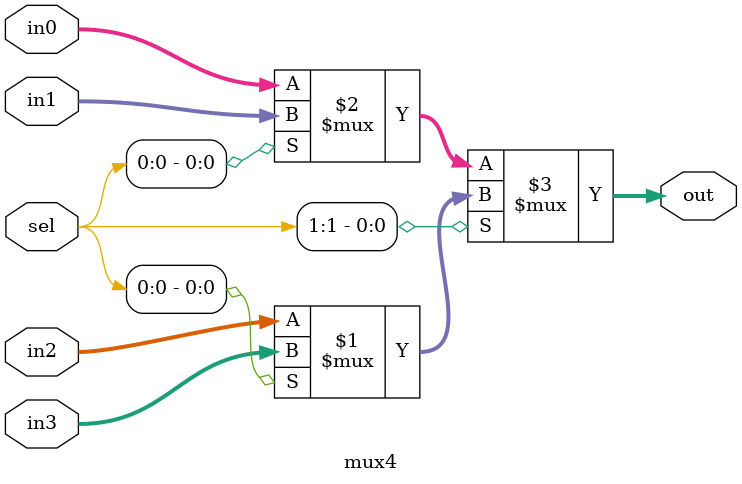
<source format=v>
/* mux.v - Four-way multiplexor.
 
 Use sel=2'b00 to select in0, sel=2'b01 to select in1, etc.
 
 This defaults to a 16-bit mux, but you can also specify other bit widths, 
 using a parameter assignment:
 
 mux4 #(4) MX4_4b(foo, i3, i2, i1, i0, bar) // instantiates a 4-bit mux
 
 mux4 #(8) MX4_8b(bout, a3, a2, a1, a0, bsel) // instantiates an 8-bit mux
 
*/

module mux4(out, in3, in2, in1, in0, sel);
   parameter width = 16;
   output [width-1:0] out;
   input [width-1:0] in3, in2, in1, in0;
   input [1:0] 	     sel;

   assign out = (sel[1]) ? ((sel[0]) ? in3 : in2) :
	 ((sel[0]) ? in1 : in0);
   
endmodule // mux4

   
</source>
